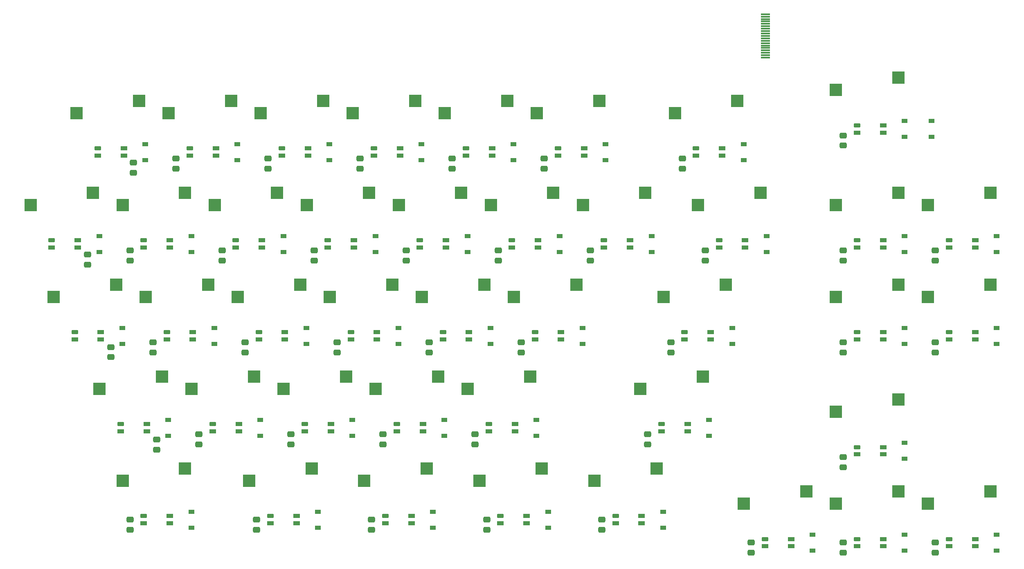
<source format=gbp>
%TF.GenerationSoftware,KiCad,Pcbnew,(6.0.5)*%
%TF.CreationDate,2022-07-14T17:40:31-06:00*%
%TF.ProjectId,kb_right,6b625f72-6967-4687-942e-6b696361645f,rev?*%
%TF.SameCoordinates,Original*%
%TF.FileFunction,Paste,Bot*%
%TF.FilePolarity,Positive*%
%FSLAX46Y46*%
G04 Gerber Fmt 4.6, Leading zero omitted, Abs format (unit mm)*
G04 Created by KiCad (PCBNEW (6.0.5)) date 2022-07-14 17:40:31*
%MOMM*%
%LPD*%
G01*
G04 APERTURE LIST*
G04 Aperture macros list*
%AMRoundRect*
0 Rectangle with rounded corners*
0 $1 Rounding radius*
0 $2 $3 $4 $5 $6 $7 $8 $9 X,Y pos of 4 corners*
0 Add a 4 corners polygon primitive as box body*
4,1,4,$2,$3,$4,$5,$6,$7,$8,$9,$2,$3,0*
0 Add four circle primitives for the rounded corners*
1,1,$1+$1,$2,$3*
1,1,$1+$1,$4,$5*
1,1,$1+$1,$6,$7*
1,1,$1+$1,$8,$9*
0 Add four rect primitives between the rounded corners*
20,1,$1+$1,$2,$3,$4,$5,0*
20,1,$1+$1,$4,$5,$6,$7,0*
20,1,$1+$1,$6,$7,$8,$9,0*
20,1,$1+$1,$8,$9,$2,$3,0*%
G04 Aperture macros list end*
%ADD10R,2.550000X2.500000*%
%ADD11RoundRect,0.250000X-0.475000X0.337500X-0.475000X-0.337500X0.475000X-0.337500X0.475000X0.337500X0*%
%ADD12R,1.200000X0.900000*%
%ADD13R,1.400000X0.820000*%
%ADD14RoundRect,0.205000X0.495000X0.205000X-0.495000X0.205000X-0.495000X-0.205000X0.495000X-0.205000X0*%
%ADD15R,1.900000X0.300000*%
G04 APERTURE END LIST*
D10*
%TO.C,MX15*%
X156110000Y-80232250D03*
X169037000Y-77692250D03*
%TD*%
%TO.C,MX33*%
X208497500Y-123094750D03*
X221424500Y-120554750D03*
%TD*%
%TO.C,MX10*%
X60860000Y-80232250D03*
X73787000Y-77692250D03*
%TD*%
%TO.C,MX4*%
X108485000Y-61182250D03*
X121412000Y-58642250D03*
%TD*%
%TO.C,MX6*%
X146585000Y-61182250D03*
X159512000Y-58642250D03*
%TD*%
%TO.C,MX32*%
X168016250Y-118332250D03*
X180943250Y-115792250D03*
%TD*%
%TO.C,MX31*%
X132297500Y-118332250D03*
X145224500Y-115792250D03*
%TD*%
%TO.C,MX37*%
X110866250Y-137382250D03*
X123793250Y-134842250D03*
%TD*%
%TO.C,MX42*%
X227547500Y-142144750D03*
X240474500Y-139604750D03*
%TD*%
%TO.C,MX16*%
X179922500Y-80232250D03*
X192849500Y-77692250D03*
%TD*%
%TO.C,MX8*%
X208497500Y-56419750D03*
X221424500Y-53879750D03*
%TD*%
%TO.C,MX13*%
X118010000Y-80232250D03*
X130937000Y-77692250D03*
%TD*%
%TO.C,MX23*%
X141822500Y-99282250D03*
X154749500Y-96742250D03*
%TD*%
%TO.C,MX39*%
X158491250Y-137382250D03*
X171418250Y-134842250D03*
%TD*%
%TO.C,MX1*%
X51335000Y-61182250D03*
X64262000Y-58642250D03*
%TD*%
%TO.C,MX27*%
X56097500Y-118332250D03*
X69024500Y-115792250D03*
%TD*%
%TO.C,MX41*%
X208497500Y-142144750D03*
X221424500Y-139604750D03*
%TD*%
%TO.C,MX17*%
X208497500Y-80232250D03*
X221424500Y-77692250D03*
%TD*%
%TO.C,MX3*%
X89435000Y-61182250D03*
X102362000Y-58642250D03*
%TD*%
%TO.C,MX30*%
X113247500Y-118332250D03*
X126174500Y-115792250D03*
%TD*%
%TO.C,MX22*%
X122772500Y-99282250D03*
X135699500Y-96742250D03*
%TD*%
%TO.C,MX25*%
X208497500Y-99282250D03*
X221424500Y-96742250D03*
%TD*%
%TO.C,MX24*%
X172778750Y-99282250D03*
X185705750Y-96742250D03*
%TD*%
%TO.C,MX14*%
X137060000Y-80232250D03*
X149987000Y-77692250D03*
%TD*%
%TO.C,MX7*%
X175160000Y-61182250D03*
X188087000Y-58642250D03*
%TD*%
%TO.C,MX20*%
X84672500Y-99282250D03*
X97599500Y-96742250D03*
%TD*%
%TO.C,MX21*%
X103722500Y-99282250D03*
X116649500Y-96742250D03*
%TD*%
%TO.C,MX2*%
X70385000Y-61182250D03*
X83312000Y-58642250D03*
%TD*%
%TO.C,MX19*%
X65622500Y-99282250D03*
X78549500Y-96742250D03*
%TD*%
%TO.C,MX36*%
X87053750Y-137382250D03*
X99980750Y-134842250D03*
%TD*%
%TO.C,MX35*%
X60860000Y-137382250D03*
X73787000Y-134842250D03*
%TD*%
%TO.C,MX38*%
X134678750Y-137382250D03*
X147605750Y-134842250D03*
%TD*%
%TO.C,MX28*%
X75147500Y-118332250D03*
X88074500Y-115792250D03*
%TD*%
%TO.C,MX12*%
X98960000Y-80232250D03*
X111887000Y-77692250D03*
%TD*%
%TO.C,MX18*%
X46572500Y-99282250D03*
X59499500Y-96742250D03*
%TD*%
%TO.C,MX9*%
X41810000Y-80232250D03*
X54737000Y-77692250D03*
%TD*%
%TO.C,MX26*%
X227547500Y-80232250D03*
X240474500Y-77692250D03*
%TD*%
%TO.C,MX29*%
X94197500Y-118332250D03*
X107124500Y-115792250D03*
%TD*%
%TO.C,MX34*%
X227547500Y-99282250D03*
X240474500Y-96742250D03*
%TD*%
%TO.C,MX5*%
X127535000Y-61182250D03*
X140462000Y-58642250D03*
%TD*%
%TO.C,MX40*%
X189447500Y-142144750D03*
X202374500Y-139604750D03*
%TD*%
%TO.C,MX11*%
X79910000Y-80232250D03*
X92837000Y-77692250D03*
%TD*%
D11*
%TO.C,C118*%
X229076250Y-89672250D03*
X229076250Y-91747250D03*
%TD*%
D12*
%TO.C,D14*%
X151288750Y-89978500D03*
X151288750Y-86678500D03*
%TD*%
%TO.C,D34*%
X241776250Y-109028500D03*
X241776250Y-105728500D03*
%TD*%
D11*
%TO.C,C115*%
X157638750Y-89672250D03*
X157638750Y-91747250D03*
%TD*%
%TO.C,C101*%
X63119000Y-71479500D03*
X63119000Y-73554500D03*
%TD*%
D12*
%TO.C,D10*%
X75088750Y-89978500D03*
X75088750Y-86678500D03*
%TD*%
%TO.C,D12*%
X113188750Y-89978500D03*
X113188750Y-86678500D03*
%TD*%
D13*
%TO.C,D110*%
X70645000Y-89078500D03*
X70645000Y-87578500D03*
D14*
X65245000Y-87578500D03*
D13*
X65245000Y-89078500D03*
%TD*%
D12*
%TO.C,D11*%
X94138750Y-89978500D03*
X94138750Y-86678500D03*
%TD*%
D11*
%TO.C,C103*%
X90963750Y-70622250D03*
X90963750Y-72697250D03*
%TD*%
%TO.C,C113*%
X119538750Y-89672250D03*
X119538750Y-91747250D03*
%TD*%
%TO.C,C122*%
X105251250Y-108722250D03*
X105251250Y-110797250D03*
%TD*%
D13*
%TO.C,D125*%
X182563750Y-108128500D03*
X182563750Y-106628500D03*
D14*
X177163750Y-106628500D03*
D13*
X177163750Y-108128500D03*
%TD*%
D11*
%TO.C,C129*%
X76676250Y-127772250D03*
X76676250Y-129847250D03*
%TD*%
%TO.C,C105*%
X129063750Y-70622250D03*
X129063750Y-72697250D03*
%TD*%
D13*
%TO.C,D138*%
X144463750Y-146228500D03*
X144463750Y-144728500D03*
D14*
X139063750Y-144728500D03*
D13*
X139063750Y-146228500D03*
%TD*%
D11*
%TO.C,C135*%
X62388750Y-145478500D03*
X62388750Y-147553500D03*
%TD*%
D13*
%TO.C,D113*%
X127795000Y-89078500D03*
X127795000Y-87578500D03*
D14*
X122395000Y-87578500D03*
D13*
X122395000Y-89078500D03*
%TD*%
D12*
%TO.C,D36*%
X101282500Y-147128500D03*
X101282500Y-143828500D03*
%TD*%
D13*
%TO.C,D111*%
X89695000Y-89078500D03*
X89695000Y-87578500D03*
D14*
X84295000Y-87578500D03*
D13*
X84295000Y-89078500D03*
%TD*%
D12*
%TO.C,D40*%
X203676250Y-151891000D03*
X203676250Y-148591000D03*
%TD*%
D13*
%TO.C,D128*%
X65882500Y-127178500D03*
X65882500Y-125678500D03*
D14*
X60482500Y-125678500D03*
D13*
X60482500Y-127178500D03*
%TD*%
D11*
%TO.C,C138*%
X136207500Y-145478500D03*
X136207500Y-147553500D03*
%TD*%
D13*
%TO.C,D115*%
X165895000Y-89078500D03*
X165895000Y-87578500D03*
D14*
X160495000Y-87578500D03*
D13*
X160495000Y-89078500D03*
%TD*%
%TO.C,D136*%
X96838750Y-146228500D03*
X96838750Y-144728500D03*
D14*
X91438750Y-144728500D03*
D13*
X91438750Y-146228500D03*
%TD*%
D12*
%TO.C,D17*%
X222726250Y-89978500D03*
X222726250Y-86678500D03*
%TD*%
%TO.C,D38*%
X148907500Y-147128500D03*
X148907500Y-143828500D03*
%TD*%
%TO.C,D5*%
X141763750Y-70928500D03*
X141763750Y-67628500D03*
%TD*%
%TO.C,D28*%
X89376250Y-128078500D03*
X89376250Y-124778500D03*
%TD*%
D13*
%TO.C,D140*%
X199232500Y-150991000D03*
X199232500Y-149491000D03*
D14*
X193832500Y-149491000D03*
D13*
X193832500Y-150991000D03*
%TD*%
%TO.C,D104*%
X118270000Y-70028500D03*
X118270000Y-68528500D03*
D14*
X112870000Y-68528500D03*
D13*
X112870000Y-70028500D03*
%TD*%
D12*
%TO.C,D6*%
X160813750Y-70928500D03*
X160813750Y-67628500D03*
%TD*%
D13*
%TO.C,D114*%
X146845000Y-89078500D03*
X146845000Y-87578500D03*
D14*
X141445000Y-87578500D03*
D13*
X141445000Y-89078500D03*
%TD*%
D12*
%TO.C,D26*%
X241776250Y-89978500D03*
X241776250Y-86678500D03*
%TD*%
D13*
%TO.C,D135*%
X70645000Y-146228500D03*
X70645000Y-144728500D03*
D14*
X65245000Y-144728500D03*
D13*
X65245000Y-146228500D03*
%TD*%
%TO.C,D120*%
X75407500Y-108128500D03*
X75407500Y-106628500D03*
D14*
X70007500Y-106628500D03*
D13*
X70007500Y-108128500D03*
%TD*%
%TO.C,D126*%
X218282500Y-108128500D03*
X218282500Y-106628500D03*
D14*
X212882500Y-106628500D03*
D13*
X212882500Y-108128500D03*
%TD*%
D11*
%TO.C,C107*%
X176688750Y-70622250D03*
X176688750Y-72697250D03*
%TD*%
D13*
%TO.C,D122*%
X113507500Y-108128500D03*
X113507500Y-106628500D03*
D14*
X108107500Y-106628500D03*
D13*
X108107500Y-108128500D03*
%TD*%
D11*
%TO.C,C125*%
X174307500Y-108722250D03*
X174307500Y-110797250D03*
%TD*%
%TO.C,C114*%
X138588750Y-89672250D03*
X138588750Y-91747250D03*
%TD*%
%TO.C,C104*%
X110013750Y-70622250D03*
X110013750Y-72697250D03*
%TD*%
D12*
%TO.C,D25*%
X222726250Y-109028500D03*
X222726250Y-105728500D03*
%TD*%
D13*
%TO.C,D129*%
X84932500Y-127178500D03*
X84932500Y-125678500D03*
D14*
X79532500Y-125678500D03*
D13*
X79532500Y-127178500D03*
%TD*%
%TO.C,D112*%
X108745000Y-89078500D03*
X108745000Y-87578500D03*
D14*
X103345000Y-87578500D03*
D13*
X103345000Y-89078500D03*
%TD*%
%TO.C,D141*%
X218282500Y-150991000D03*
X218282500Y-149491000D03*
D14*
X212882500Y-149491000D03*
D13*
X212882500Y-150991000D03*
%TD*%
%TO.C,D131*%
X123032500Y-127178500D03*
X123032500Y-125678500D03*
D14*
X117632500Y-125678500D03*
D13*
X117632500Y-127178500D03*
%TD*%
D12*
%TO.C,D32*%
X182245000Y-128078500D03*
X182245000Y-124778500D03*
%TD*%
%TO.C,D42*%
X241776250Y-151891000D03*
X241776250Y-148591000D03*
%TD*%
D13*
%TO.C,D105*%
X137320000Y-70028500D03*
X137320000Y-68528500D03*
D14*
X131920000Y-68528500D03*
D13*
X131920000Y-70028500D03*
%TD*%
D12*
%TO.C,D21*%
X117951250Y-109028500D03*
X117951250Y-105728500D03*
%TD*%
D11*
%TO.C,C116*%
X181451250Y-89672250D03*
X181451250Y-91747250D03*
%TD*%
D12*
%TO.C,D13*%
X132238750Y-89978500D03*
X132238750Y-86678500D03*
%TD*%
%TO.C,D39*%
X172720000Y-147128500D03*
X172720000Y-143828500D03*
%TD*%
D11*
%TO.C,C133*%
X169545000Y-127772250D03*
X169545000Y-129847250D03*
%TD*%
%TO.C,C121*%
X86201250Y-108722250D03*
X86201250Y-110797250D03*
%TD*%
D13*
%TO.C,D119*%
X56357500Y-108128500D03*
X56357500Y-106628500D03*
D14*
X50957500Y-106628500D03*
D13*
X50957500Y-108128500D03*
%TD*%
D12*
%TO.C,D31*%
X146526250Y-128078500D03*
X146526250Y-124778500D03*
%TD*%
%TO.C,D19*%
X79851250Y-109028500D03*
X79851250Y-105728500D03*
%TD*%
D11*
%TO.C,C142*%
X229076250Y-150241000D03*
X229076250Y-152316000D03*
%TD*%
D12*
%TO.C,D0*%
X228282500Y-66166000D03*
X228282500Y-62866000D03*
%TD*%
%TO.C,D29*%
X108426250Y-128078500D03*
X108426250Y-124778500D03*
%TD*%
D11*
%TO.C,C112*%
X100488750Y-89672250D03*
X100488750Y-91747250D03*
%TD*%
D13*
%TO.C,D130*%
X103982500Y-127178500D03*
X103982500Y-125678500D03*
D14*
X98582500Y-125678500D03*
D13*
X98582500Y-127178500D03*
%TD*%
D11*
%TO.C,C119*%
X58420000Y-109706500D03*
X58420000Y-111781500D03*
%TD*%
D12*
%TO.C,D9*%
X56038750Y-89978500D03*
X56038750Y-86678500D03*
%TD*%
%TO.C,D7*%
X189388750Y-70928500D03*
X189388750Y-67628500D03*
%TD*%
D11*
%TO.C,C127*%
X229076250Y-108722250D03*
X229076250Y-110797250D03*
%TD*%
D12*
%TO.C,D35*%
X75088750Y-147128500D03*
X75088750Y-143828500D03*
%TD*%
D13*
%TO.C,D108*%
X218282500Y-65266000D03*
X218282500Y-63766000D03*
D14*
X212882500Y-63766000D03*
D13*
X212882500Y-65266000D03*
%TD*%
D12*
%TO.C,D18*%
X60801250Y-109028500D03*
X60801250Y-105728500D03*
%TD*%
D13*
%TO.C,D132*%
X142082500Y-127178500D03*
X142082500Y-125678500D03*
D14*
X136682500Y-125678500D03*
D13*
X136682500Y-127178500D03*
%TD*%
D12*
%TO.C,D23*%
X156051250Y-109028500D03*
X156051250Y-105728500D03*
%TD*%
D11*
%TO.C,C139*%
X160020000Y-145478500D03*
X160020000Y-147553500D03*
%TD*%
D13*
%TO.C,D109*%
X51595000Y-89078500D03*
X51595000Y-87578500D03*
D14*
X46195000Y-87578500D03*
D13*
X46195000Y-89078500D03*
%TD*%
%TO.C,D124*%
X151607500Y-108128500D03*
X151607500Y-106628500D03*
D14*
X146207500Y-106628500D03*
D13*
X146207500Y-108128500D03*
%TD*%
D11*
%TO.C,C102*%
X71913750Y-70622250D03*
X71913750Y-72697250D03*
%TD*%
%TO.C,C130*%
X95726250Y-127772250D03*
X95726250Y-129847250D03*
%TD*%
D13*
%TO.C,D121*%
X94457500Y-108128500D03*
X94457500Y-106628500D03*
D14*
X89057500Y-106628500D03*
D13*
X89057500Y-108128500D03*
%TD*%
D11*
%TO.C,C120*%
X67151250Y-108722250D03*
X67151250Y-110797250D03*
%TD*%
%TO.C,C110*%
X62388750Y-89672250D03*
X62388750Y-91747250D03*
%TD*%
D12*
%TO.C,D24*%
X187007500Y-109028500D03*
X187007500Y-105728500D03*
%TD*%
D13*
%TO.C,D101*%
X61120000Y-70028500D03*
X61120000Y-68528500D03*
D14*
X55720000Y-68528500D03*
D13*
X55720000Y-70028500D03*
%TD*%
D11*
%TO.C,C132*%
X133826250Y-127772250D03*
X133826250Y-129847250D03*
%TD*%
%TO.C,C124*%
X143351250Y-108722250D03*
X143351250Y-110797250D03*
%TD*%
D12*
%TO.C,D22*%
X137001250Y-109028500D03*
X137001250Y-105728500D03*
%TD*%
%TO.C,D2*%
X84613750Y-70928500D03*
X84613750Y-67628500D03*
%TD*%
%TO.C,D8*%
X222726250Y-66166000D03*
X222726250Y-62866000D03*
%TD*%
D11*
%TO.C,C123*%
X124301250Y-108722250D03*
X124301250Y-110797250D03*
%TD*%
%TO.C,C109*%
X53594000Y-90529500D03*
X53594000Y-92604500D03*
%TD*%
D13*
%TO.C,D102*%
X80170000Y-70028500D03*
X80170000Y-68528500D03*
D14*
X74770000Y-68528500D03*
D13*
X74770000Y-70028500D03*
%TD*%
D11*
%TO.C,C106*%
X148113750Y-70622250D03*
X148113750Y-72697250D03*
%TD*%
D13*
%TO.C,D103*%
X99220000Y-70028500D03*
X99220000Y-68528500D03*
D14*
X93820000Y-68528500D03*
D13*
X93820000Y-70028500D03*
%TD*%
D11*
%TO.C,C134*%
X210026250Y-132534750D03*
X210026250Y-134609750D03*
%TD*%
%TO.C,C136*%
X88582500Y-145478500D03*
X88582500Y-147553500D03*
%TD*%
D12*
%TO.C,D41*%
X222726250Y-151891000D03*
X222726250Y-148591000D03*
%TD*%
D11*
%TO.C,C140*%
X190976250Y-150241000D03*
X190976250Y-152316000D03*
%TD*%
%TO.C,C117*%
X210026250Y-89672250D03*
X210026250Y-91747250D03*
%TD*%
%TO.C,C111*%
X81438750Y-89672250D03*
X81438750Y-91747250D03*
%TD*%
D13*
%TO.C,D137*%
X120651250Y-146228500D03*
X120651250Y-144728500D03*
D14*
X115251250Y-144728500D03*
D13*
X115251250Y-146228500D03*
%TD*%
D12*
%TO.C,D30*%
X127476250Y-128078500D03*
X127476250Y-124778500D03*
%TD*%
%TO.C,D27*%
X70326250Y-128078500D03*
X70326250Y-124778500D03*
%TD*%
D11*
%TO.C,C128*%
X67945000Y-128883500D03*
X67945000Y-130958500D03*
%TD*%
D12*
%TO.C,D15*%
X170338750Y-89978500D03*
X170338750Y-86678500D03*
%TD*%
D11*
%TO.C,C137*%
X112395000Y-145478500D03*
X112395000Y-147553500D03*
%TD*%
D13*
%TO.C,D117*%
X218282500Y-89078500D03*
X218282500Y-87578500D03*
D14*
X212882500Y-87578500D03*
D13*
X212882500Y-89078500D03*
%TD*%
D12*
%TO.C,D33*%
X222726250Y-132841000D03*
X222726250Y-129541000D03*
%TD*%
D11*
%TO.C,C131*%
X114776250Y-127772250D03*
X114776250Y-129847250D03*
%TD*%
D13*
%TO.C,D118*%
X237332500Y-89078500D03*
X237332500Y-87578500D03*
D14*
X231932500Y-87578500D03*
D13*
X231932500Y-89078500D03*
%TD*%
D12*
%TO.C,D3*%
X103663750Y-70928500D03*
X103663750Y-67628500D03*
%TD*%
D13*
%TO.C,D106*%
X156370000Y-70028500D03*
X156370000Y-68528500D03*
D14*
X150970000Y-68528500D03*
D13*
X150970000Y-70028500D03*
%TD*%
%TO.C,D123*%
X132557500Y-108128500D03*
X132557500Y-106628500D03*
D14*
X127157500Y-106628500D03*
D13*
X127157500Y-108128500D03*
%TD*%
D11*
%TO.C,C141*%
X210026250Y-150241000D03*
X210026250Y-152316000D03*
%TD*%
D12*
%TO.C,D4*%
X122713750Y-70928500D03*
X122713750Y-67628500D03*
%TD*%
D13*
%TO.C,D107*%
X184945000Y-70028500D03*
X184945000Y-68528500D03*
D14*
X179545000Y-68528500D03*
D13*
X179545000Y-70028500D03*
%TD*%
%TO.C,D134*%
X218282500Y-131941000D03*
X218282500Y-130441000D03*
D14*
X212882500Y-130441000D03*
D13*
X212882500Y-131941000D03*
%TD*%
D12*
%TO.C,D20*%
X98901250Y-109028500D03*
X98901250Y-105728500D03*
%TD*%
D13*
%TO.C,D139*%
X168276250Y-146228500D03*
X168276250Y-144728500D03*
D14*
X162876250Y-144728500D03*
D13*
X162876250Y-146228500D03*
%TD*%
%TO.C,D127*%
X237332500Y-108128500D03*
X237332500Y-106628500D03*
D14*
X231932500Y-106628500D03*
D13*
X231932500Y-108128500D03*
%TD*%
%TO.C,D116*%
X189707500Y-89078500D03*
X189707500Y-87578500D03*
D14*
X184307500Y-87578500D03*
D13*
X184307500Y-89078500D03*
%TD*%
%TO.C,D142*%
X237332500Y-150991000D03*
X237332500Y-149491000D03*
D14*
X231932500Y-149491000D03*
D13*
X231932500Y-150991000D03*
%TD*%
D11*
%TO.C,C126*%
X210026250Y-108722250D03*
X210026250Y-110797250D03*
%TD*%
D12*
%TO.C,D16*%
X194151250Y-89978500D03*
X194151250Y-86678500D03*
%TD*%
D15*
%TO.C,J1*%
X193923000Y-40716000D03*
X193923000Y-41216000D03*
X193923000Y-41716000D03*
X193923000Y-42216000D03*
X193923000Y-42716000D03*
X193923000Y-43216000D03*
X193923000Y-43716000D03*
X193923000Y-44216000D03*
X193923000Y-44716000D03*
X193923000Y-45216000D03*
X193923000Y-45716000D03*
X193923000Y-46216000D03*
X193923000Y-46716000D03*
X193923000Y-47216000D03*
X193923000Y-47716000D03*
X193923000Y-48216000D03*
X193923000Y-48716000D03*
X193923000Y-49216000D03*
X193923000Y-49716000D03*
%TD*%
D12*
%TO.C,D1*%
X65563750Y-70928500D03*
X65563750Y-67628500D03*
%TD*%
%TO.C,D37*%
X125095000Y-147128500D03*
X125095000Y-143828500D03*
%TD*%
D11*
%TO.C,C108*%
X210026250Y-65859750D03*
X210026250Y-67934750D03*
%TD*%
D13*
%TO.C,D133*%
X177801250Y-127178500D03*
X177801250Y-125678500D03*
D14*
X172401250Y-125678500D03*
D13*
X172401250Y-127178500D03*
%TD*%
M02*

</source>
